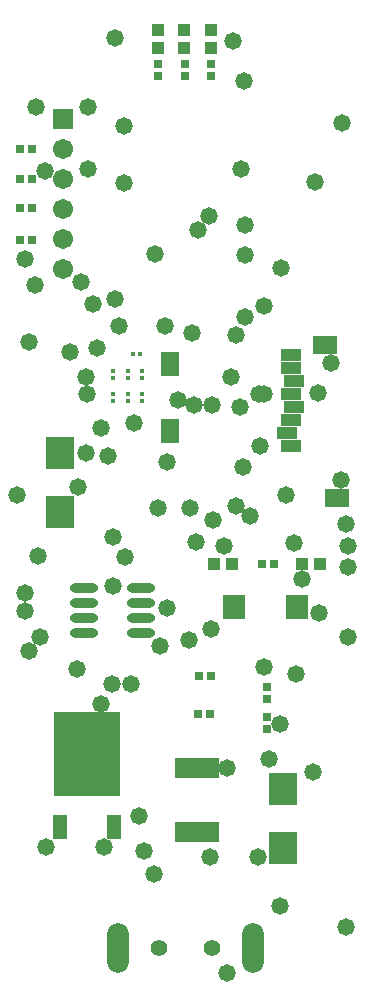
<source format=gbs>
G04 Layer_Color=16711935*
%FSLAX24Y24*%
%MOIN*%
G70*
G01*
G75*
%ADD53R,0.0316X0.0277*%
%ADD56R,0.0177X0.0177*%
%ADD59R,0.0177X0.0177*%
%ADD68C,0.0671*%
%ADD69R,0.0671X0.0671*%
%ADD70C,0.0552*%
%ADD71O,0.0730X0.1655*%
%ADD72C,0.0580*%
%ADD73O,0.0946X0.0316*%
%ADD74R,0.0946X0.1104*%
%ADD75R,0.0395X0.0395*%
%ADD76R,0.1458X0.0710*%
%ADD77R,0.0277X0.0316*%
%ADD78R,0.0671X0.0395*%
%ADD79R,0.0828X0.0631*%
%ADD80R,0.0631X0.0789*%
%ADD81R,0.0749X0.0789*%
%ADD82R,0.0454X0.0828*%
%ADD83R,0.2245X0.2797*%
D53*
X37579Y50246D02*
D03*
Y49852D02*
D03*
X38474Y50246D02*
D03*
Y49852D02*
D03*
X41230Y28474D02*
D03*
Y28081D02*
D03*
Y29469D02*
D03*
Y29075D02*
D03*
X39350Y50246D02*
D03*
Y49852D02*
D03*
D56*
X37067Y40000D02*
D03*
Y39764D02*
D03*
X36073Y39252D02*
D03*
Y39016D02*
D03*
X36585Y39252D02*
D03*
Y39016D02*
D03*
X37067Y39252D02*
D03*
Y39016D02*
D03*
X36073Y40000D02*
D03*
Y39764D02*
D03*
X36585Y40000D02*
D03*
Y39764D02*
D03*
D59*
X36762Y40581D02*
D03*
X36998D02*
D03*
D68*
X34419Y43415D02*
D03*
Y44415D02*
D03*
Y45415D02*
D03*
Y46415D02*
D03*
Y47415D02*
D03*
D69*
Y48415D02*
D03*
D70*
X39380Y20758D02*
D03*
X37608D02*
D03*
D71*
X40738D02*
D03*
X36250D02*
D03*
D72*
X43840Y21480D02*
D03*
X34870Y30060D02*
D03*
X36063Y29563D02*
D03*
X42830Y46310D02*
D03*
X35260Y48800D02*
D03*
X34929Y36147D02*
D03*
X43360Y40280D02*
D03*
X43700Y36380D02*
D03*
X43844Y34924D02*
D03*
X33860Y24130D02*
D03*
X41660Y28230D02*
D03*
X33580Y33840D02*
D03*
X37440Y23240D02*
D03*
X43930Y34160D02*
D03*
X35930Y37190D02*
D03*
X35230Y39250D02*
D03*
X40420Y36800D02*
D03*
X40200Y35510D02*
D03*
X43930Y33490D02*
D03*
X38720Y41290D02*
D03*
X38240Y39040D02*
D03*
X40090Y51020D02*
D03*
X32900Y35870D02*
D03*
X37640Y30850D02*
D03*
X33270Y30690D02*
D03*
X33480Y42860D02*
D03*
X35260Y46752D02*
D03*
X36161Y42410D02*
D03*
X41690Y43440D02*
D03*
X40348Y46752D02*
D03*
X33523Y48810D02*
D03*
X33270Y40970D02*
D03*
X41130Y42171D02*
D03*
X37600Y35450D02*
D03*
X42910Y39280D02*
D03*
X37483Y43917D02*
D03*
X35550Y40760D02*
D03*
X33640Y31140D02*
D03*
X33150Y32000D02*
D03*
X36150Y51100D02*
D03*
X37130Y24000D02*
D03*
X41666Y22178D02*
D03*
X39872Y19930D02*
D03*
X38610Y31030D02*
D03*
X33150Y32600D02*
D03*
Y43750D02*
D03*
X36280Y41500D02*
D03*
X36450Y46280D02*
D03*
X37830Y41510D02*
D03*
X39280Y45170D02*
D03*
X40498Y44862D02*
D03*
X40190Y41210D02*
D03*
X35408Y42234D02*
D03*
X35020Y42990D02*
D03*
X42756Y26640D02*
D03*
X43930Y31130D02*
D03*
X41270Y27068D02*
D03*
X39320Y23800D02*
D03*
X42130Y34280D02*
D03*
X35800Y24140D02*
D03*
X40448Y49660D02*
D03*
X40650Y35170D02*
D03*
X41850Y35880D02*
D03*
X43730Y48290D02*
D03*
X37900Y32120D02*
D03*
X39360Y31420D02*
D03*
X42940Y31950D02*
D03*
X42190Y29910D02*
D03*
X42400Y33090D02*
D03*
X35179Y37274D02*
D03*
X38860Y34320D02*
D03*
X40010Y39820D02*
D03*
X39370Y38860D02*
D03*
X35200Y39820D02*
D03*
X35680Y38100D02*
D03*
X36780Y38270D02*
D03*
X38770Y38860D02*
D03*
X40970Y37520D02*
D03*
X41110Y39256D02*
D03*
X36700Y29560D02*
D03*
X40470Y43880D02*
D03*
X38930Y44700D02*
D03*
X33820Y46660D02*
D03*
X39409Y35030D02*
D03*
X36500Y33820D02*
D03*
X34640Y40650D02*
D03*
X36100Y34470D02*
D03*
X36101Y32840D02*
D03*
X38650Y35440D02*
D03*
X37880Y36990D02*
D03*
X35688Y28910D02*
D03*
X40500Y41798D02*
D03*
X36450Y48169D02*
D03*
X40950Y39256D02*
D03*
X41130Y30130D02*
D03*
X39790Y34180D02*
D03*
X39899Y26781D02*
D03*
X40305Y38823D02*
D03*
X40930Y23800D02*
D03*
X36964Y25170D02*
D03*
D73*
X35118Y31278D02*
D03*
Y31778D02*
D03*
Y32278D02*
D03*
Y32778D02*
D03*
X37008Y31278D02*
D03*
Y31778D02*
D03*
Y32278D02*
D03*
Y32778D02*
D03*
D74*
X41762Y26073D02*
D03*
Y24104D02*
D03*
X34321Y35305D02*
D03*
Y37274D02*
D03*
D75*
X37579Y51388D02*
D03*
Y50758D02*
D03*
X39350Y51388D02*
D03*
Y50758D02*
D03*
X38465Y51388D02*
D03*
Y50758D02*
D03*
X42392Y33583D02*
D03*
X42982D02*
D03*
X39449Y33573D02*
D03*
X40039D02*
D03*
D76*
X38888Y26781D02*
D03*
Y24656D02*
D03*
D77*
X39350Y29852D02*
D03*
X38957D02*
D03*
X41053Y33563D02*
D03*
X41447D02*
D03*
X33002Y46407D02*
D03*
X33396D02*
D03*
Y44390D02*
D03*
X33002D02*
D03*
Y45433D02*
D03*
X33396D02*
D03*
X33002Y47411D02*
D03*
X33396D02*
D03*
X38927Y28573D02*
D03*
X39321D02*
D03*
D78*
X42028Y40555D02*
D03*
Y40122D02*
D03*
X42106Y39689D02*
D03*
X42028Y39256D02*
D03*
X42106Y38823D02*
D03*
X42028Y38390D02*
D03*
X41870Y37957D02*
D03*
X42028Y37524D02*
D03*
D79*
X43150Y40866D02*
D03*
X43543Y35787D02*
D03*
D80*
X37972Y40236D02*
D03*
Y37992D02*
D03*
D81*
X42205Y32136D02*
D03*
X40118D02*
D03*
D82*
X36114Y24813D02*
D03*
X34319D02*
D03*
D83*
X35217Y27254D02*
D03*
M02*

</source>
